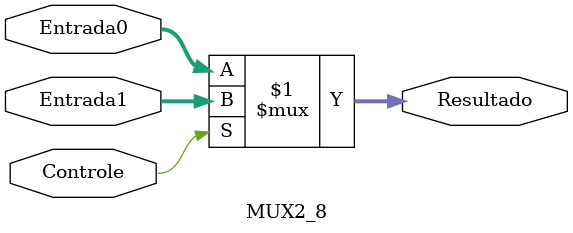
<source format=v>
module MUX2_8 (Entrada0, Entrada1, Controle, Resultado);

  input [7:0] Entrada0, Entrada1;
  input Controle;
  output [7:0] Resultado;

  assign Resultado = Controle ? Entrada1 : Entrada0;

endmodule
</source>
